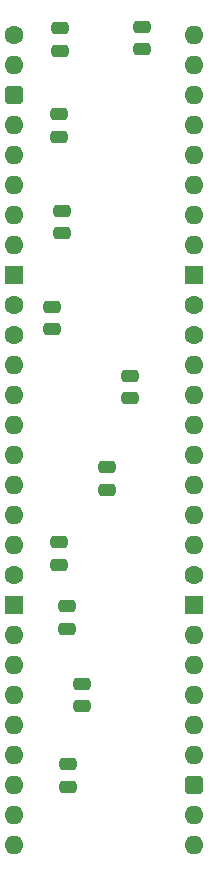
<source format=gbs>
%TF.GenerationSoftware,KiCad,Pcbnew,8.0.4*%
%TF.CreationDate,2024-08-19T10:41:29+02:00*%
%TF.ProjectId,HCP65 MPU Address Decode,48435036-3520-44d5-9055-204164647265,V1*%
%TF.SameCoordinates,PX525bfc0PY43d3480*%
%TF.FileFunction,Soldermask,Bot*%
%TF.FilePolarity,Negative*%
%FSLAX46Y46*%
G04 Gerber Fmt 4.6, Leading zero omitted, Abs format (unit mm)*
G04 Created by KiCad (PCBNEW 8.0.4) date 2024-08-19 10:41:29*
%MOMM*%
%LPD*%
G01*
G04 APERTURE LIST*
G04 Aperture macros list*
%AMRoundRect*
0 Rectangle with rounded corners*
0 $1 Rounding radius*
0 $2 $3 $4 $5 $6 $7 $8 $9 X,Y pos of 4 corners*
0 Add a 4 corners polygon primitive as box body*
4,1,4,$2,$3,$4,$5,$6,$7,$8,$9,$2,$3,0*
0 Add four circle primitives for the rounded corners*
1,1,$1+$1,$2,$3*
1,1,$1+$1,$4,$5*
1,1,$1+$1,$6,$7*
1,1,$1+$1,$8,$9*
0 Add four rect primitives between the rounded corners*
20,1,$1+$1,$2,$3,$4,$5,0*
20,1,$1+$1,$4,$5,$6,$7,0*
20,1,$1+$1,$6,$7,$8,$9,0*
20,1,$1+$1,$8,$9,$2,$3,0*%
G04 Aperture macros list end*
%ADD10C,1.600000*%
%ADD11O,1.600000X1.600000*%
%ADD12RoundRect,0.400000X-0.400000X-0.400000X0.400000X-0.400000X0.400000X0.400000X-0.400000X0.400000X0*%
%ADD13R,1.600000X1.600000*%
%ADD14RoundRect,0.250000X-0.475000X0.250000X-0.475000X-0.250000X0.475000X-0.250000X0.475000X0.250000X0*%
%ADD15RoundRect,0.250000X0.475000X-0.250000X0.475000X0.250000X-0.475000X0.250000X-0.475000X-0.250000X0*%
G04 APERTURE END LIST*
D10*
%TO.C,J2*%
X0Y0D03*
D11*
X0Y-2540000D03*
D12*
X0Y-5080000D03*
D11*
X0Y-7620000D03*
X0Y-10160000D03*
X0Y-12700000D03*
X0Y-15240000D03*
X0Y-17780000D03*
D13*
X0Y-20320000D03*
D10*
X0Y-22860000D03*
X0Y-25400000D03*
D11*
X0Y-27940000D03*
X0Y-30480000D03*
X0Y-33020000D03*
X0Y-35560000D03*
X0Y-38100000D03*
X0Y-40640000D03*
X0Y-43180000D03*
D10*
X0Y-45720000D03*
D13*
X0Y-48260000D03*
D11*
X0Y-50800000D03*
X0Y-53340000D03*
X0Y-55880000D03*
X0Y-58420000D03*
X0Y-60960000D03*
X0Y-63500000D03*
X0Y-66040000D03*
X0Y-68580000D03*
X15240000Y-68580000D03*
X15240000Y-66040000D03*
D12*
X15240000Y-63500000D03*
D11*
X15240000Y-60960000D03*
X15240000Y-58420000D03*
X15240000Y-55880000D03*
X15240000Y-53340000D03*
X15240000Y-50800000D03*
D13*
X15240000Y-48260000D03*
D10*
X15240000Y-45720000D03*
D11*
X15240000Y-43180000D03*
X15240000Y-40640000D03*
X15240000Y-38100000D03*
X15240000Y-35560000D03*
X15240000Y-33020000D03*
X15240000Y-30480000D03*
X15240000Y-27940000D03*
D10*
X15240000Y-25400000D03*
X15240000Y-22860000D03*
D13*
X15240000Y-20320000D03*
D11*
X15240000Y-17780000D03*
X15240000Y-15240000D03*
X15240000Y-12700000D03*
X15240000Y-10160000D03*
X15240000Y-7620000D03*
X15240000Y-5080000D03*
X15240000Y-2540000D03*
X15240000Y0D03*
%TD*%
D14*
%TO.C,C45*%
X10795000Y680000D03*
X10795000Y-1220000D03*
%TD*%
D15*
%TO.C,C34*%
X9778999Y-30779000D03*
X9778999Y-28879000D03*
%TD*%
%TO.C,C33*%
X4572001Y-63672001D03*
X4572001Y-61772001D03*
%TD*%
D14*
%TO.C,C46*%
X3840000Y553000D03*
X3840000Y-1347000D03*
%TD*%
D15*
%TO.C,C40*%
X4064000Y-16809001D03*
X4064000Y-14909001D03*
%TD*%
%TO.C,C36*%
X4445000Y-50278437D03*
X4445000Y-48378437D03*
%TD*%
%TO.C,C35*%
X7874000Y-38526001D03*
X7874000Y-36626001D03*
%TD*%
%TO.C,C38*%
X3175000Y-24937000D03*
X3175000Y-23037000D03*
%TD*%
%TO.C,C39*%
X3810000Y-8645251D03*
X3810000Y-6745251D03*
%TD*%
%TO.C,C31*%
X3810000Y-44876001D03*
X3810000Y-42976001D03*
%TD*%
D14*
%TO.C,C32*%
X5714999Y-54946000D03*
X5714999Y-56846000D03*
%TD*%
M02*

</source>
